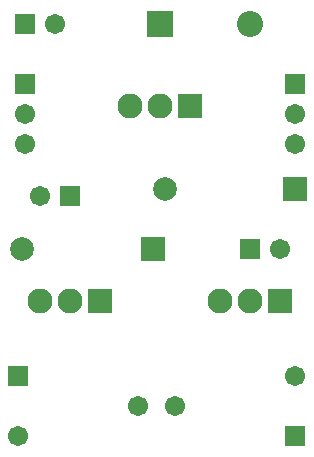
<source format=gbs>
G04 DipTrace 2.3.1.0*
%INlinebot-v2.0.gbs*%
%MOIN*%
%ADD22R,0.0787X0.0787*%
%ADD23C,0.0787*%
%ADD33C,0.0867*%
%ADD34R,0.0867X0.0867*%
%ADD35C,0.0828*%
%ADD37R,0.0828X0.0828*%
%ADD39C,0.0671*%
%ADD41R,0.0671X0.0671*%
%FSLAX44Y44*%
G04*
G70*
G90*
G75*
G01*
%LNBotMask*%
%LPD*%
D22*
X10250Y9750D3*
D23*
X5900D3*
D22*
X5500Y7750D3*
D23*
X1150D3*
D41*
X1250Y15250D3*
D39*
X2250D3*
D41*
X10250Y13250D3*
D39*
Y12250D3*
Y11250D3*
D41*
X1250Y13250D3*
D39*
Y12250D3*
Y11250D3*
D41*
X8750Y7750D3*
D39*
X9750D3*
D41*
X2750Y9500D3*
D39*
X1750D3*
D37*
X9750Y6000D3*
D35*
X8750D3*
X7750D3*
D37*
X3750D3*
D35*
X2750D3*
X1750D3*
D41*
X10250Y1500D3*
D39*
X6250Y2500D3*
X10250Y3500D3*
D41*
X1000D3*
D39*
X5000Y2500D3*
X1000Y1500D3*
D34*
X5750Y15250D3*
D33*
X8750D3*
D37*
X6750Y12500D3*
D35*
X5750D3*
X4750D3*
M02*

</source>
